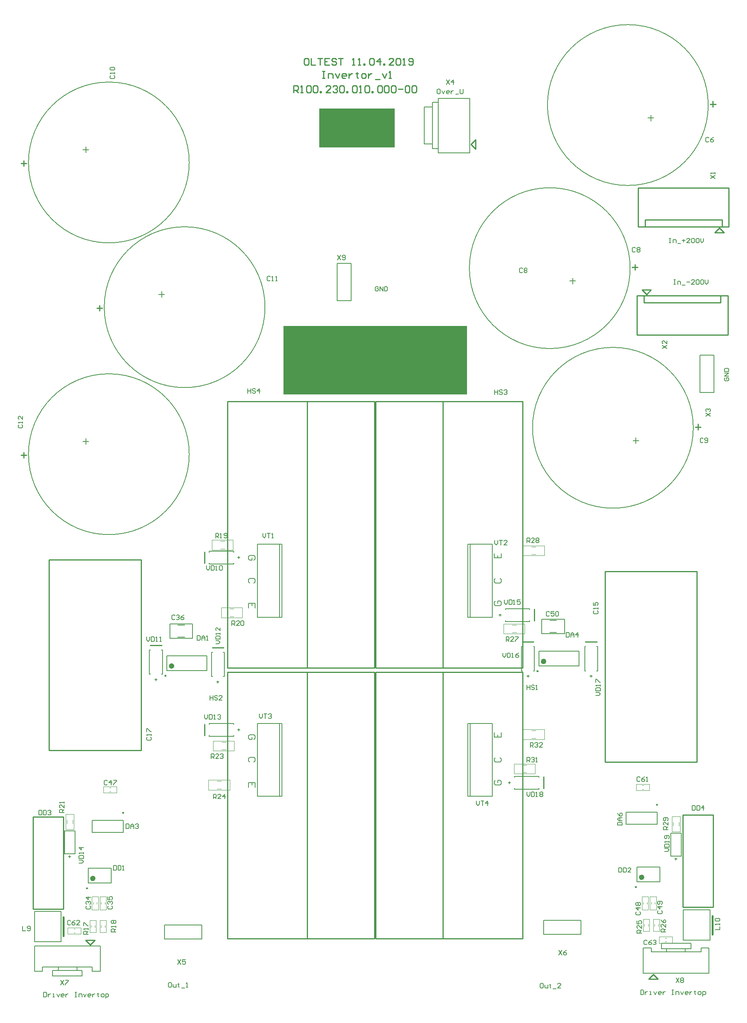
<source format=gto>
G04 Layer_Color=65535*
%FSLAX44Y44*%
%MOMM*%
G71*
G01*
G75*
%ADD58C,0.6000*%
%ADD59C,0.2500*%
%ADD60C,0.1270*%
%ADD61C,0.2032*%
%ADD62C,0.2540*%
%ADD63C,0.2000*%
%ADD64C,0.1998*%
%ADD65C,0.1524*%
%ADD66C,0.4000*%
%ADD67C,0.1000*%
%ADD68C,0.1500*%
%ADD69R,16.5000X8.4500*%
%ADD70R,40.0000X15.0000*%
D58*
X1373000Y289000D02*
G03*
X1373000Y289000I-3000J0D01*
G01*
X178000Y286500D02*
G03*
X178000Y286500I-3000J0D01*
G01*
X1159500Y759000D02*
G03*
X1159500Y759000I-3000J0D01*
G01*
X349500Y749000D02*
G03*
X349500Y749000I-3000J0D01*
G01*
D59*
X1358700Y267750D02*
G03*
X1358700Y267750I-1250J0D01*
G01*
X163700Y265250D02*
G03*
X163700Y265250I-1250J0D01*
G01*
X1404750Y447000D02*
G03*
X1404750Y447000I-1250J0D01*
G01*
X242250Y429500D02*
G03*
X242250Y429500I-1250J0D01*
G01*
X1144650Y737750D02*
G03*
X1144650Y737750I-1250J0D01*
G01*
X334650Y727750D02*
G03*
X334650Y727750I-1250J0D01*
G01*
X675024Y2043639D02*
X680023D01*
X677523D01*
Y2028644D01*
X675024D01*
X680023D01*
X687520D02*
Y2038641D01*
X695018D01*
X697517Y2036142D01*
Y2028644D01*
X702515Y2038641D02*
X707514Y2028644D01*
X712512Y2038641D01*
X725008Y2028644D02*
X720010D01*
X717511Y2031143D01*
Y2036142D01*
X720010Y2038641D01*
X725008D01*
X727507Y2036142D01*
Y2033642D01*
X717511D01*
X732506Y2038641D02*
Y2028644D01*
Y2033642D01*
X735005Y2036142D01*
X737504Y2038641D01*
X740003D01*
X750000Y2041140D02*
Y2038641D01*
X747501D01*
X752499D01*
X750000D01*
Y2031143D01*
X752499Y2028644D01*
X762496D02*
X767494D01*
X769994Y2031143D01*
Y2036142D01*
X767494Y2038641D01*
X762496D01*
X759997Y2036142D01*
Y2031143D01*
X762496Y2028644D01*
X774992Y2038641D02*
Y2028644D01*
Y2033642D01*
X777491Y2036142D01*
X779990Y2038641D01*
X782489D01*
X789987Y2026145D02*
X799984D01*
X804982Y2038641D02*
X809981Y2028644D01*
X814979Y2038641D01*
X819977Y2028644D02*
X824976D01*
X822477D01*
Y2043639D01*
X819977Y2041140D01*
X612500Y1997002D02*
Y2011998D01*
X619997D01*
X622497Y2009498D01*
Y2004500D01*
X619997Y2002001D01*
X612500D01*
X617498D02*
X622497Y1997002D01*
X627495D02*
X632494D01*
X629994D01*
Y2011998D01*
X627495Y2009498D01*
X639991D02*
X642490Y2011998D01*
X647489D01*
X649988Y2009498D01*
Y1999502D01*
X647489Y1997002D01*
X642490D01*
X639991Y1999502D01*
Y2009498D01*
X654986D02*
X657485Y2011998D01*
X662484D01*
X664983Y2009498D01*
Y1999502D01*
X662484Y1997002D01*
X657485D01*
X654986Y1999502D01*
Y2009498D01*
X669981Y1997002D02*
Y1999502D01*
X672480D01*
Y1997002D01*
X669981D01*
X692474D02*
X682477D01*
X692474Y2006999D01*
Y2009498D01*
X689975Y2011998D01*
X684977D01*
X682477Y2009498D01*
X697473D02*
X699972Y2011998D01*
X704970D01*
X707469Y2009498D01*
Y2006999D01*
X704970Y2004500D01*
X702471D01*
X704970D01*
X707469Y2002001D01*
Y1999502D01*
X704970Y1997002D01*
X699972D01*
X697473Y1999502D01*
X712468Y2009498D02*
X714967Y2011998D01*
X719965D01*
X722464Y2009498D01*
Y1999502D01*
X719965Y1997002D01*
X714967D01*
X712468Y1999502D01*
Y2009498D01*
X727463Y1997002D02*
Y1999502D01*
X729962D01*
Y1997002D01*
X727463D01*
X739959Y2009498D02*
X742458Y2011998D01*
X747456D01*
X749956Y2009498D01*
Y1999502D01*
X747456Y1997002D01*
X742458D01*
X739959Y1999502D01*
Y2009498D01*
X754954Y1997002D02*
X759952D01*
X757453D01*
Y2011998D01*
X754954Y2009498D01*
X767450D02*
X769949Y2011998D01*
X774947D01*
X777447Y2009498D01*
Y1999502D01*
X774947Y1997002D01*
X769949D01*
X767450Y1999502D01*
Y2009498D01*
X782445Y1997002D02*
Y1999502D01*
X784944D01*
Y1997002D01*
X782445D01*
X794941Y2009498D02*
X797440Y2011998D01*
X802439D01*
X804938Y2009498D01*
Y1999502D01*
X802439Y1997002D01*
X797440D01*
X794941Y1999502D01*
Y2009498D01*
X809936D02*
X812435Y2011998D01*
X817434D01*
X819933Y2009498D01*
Y1999502D01*
X817434Y1997002D01*
X812435D01*
X809936Y1999502D01*
Y2009498D01*
X824931D02*
X827430Y2011998D01*
X832429D01*
X834928Y2009498D01*
Y1999502D01*
X832429Y1997002D01*
X827430D01*
X824931Y1999502D01*
Y2009498D01*
X839926Y2004500D02*
X849923D01*
X854921Y2009498D02*
X857421Y2011998D01*
X862419D01*
X864918Y2009498D01*
Y1999502D01*
X862419Y1997002D01*
X857421D01*
X854921Y1999502D01*
Y2009498D01*
X869917D02*
X872416Y2011998D01*
X877414D01*
X879913Y2009498D01*
Y1999502D01*
X877414Y1997002D01*
X872416D01*
X869917Y1999502D01*
Y2009498D01*
X642536Y2071992D02*
X637538D01*
X635038Y2069493D01*
Y2059496D01*
X637538Y2056997D01*
X642536D01*
X645035Y2059496D01*
Y2069493D01*
X642536Y2071992D01*
X650034D02*
Y2056997D01*
X660030D01*
X665029Y2071992D02*
X675025D01*
X670027D01*
Y2056997D01*
X690021Y2071992D02*
X680024D01*
Y2056997D01*
X690021D01*
X680024Y2064495D02*
X685022D01*
X705016Y2069493D02*
X702517Y2071992D01*
X697518D01*
X695019Y2069493D01*
Y2066994D01*
X697518Y2064495D01*
X702517D01*
X705016Y2061995D01*
Y2059496D01*
X702517Y2056997D01*
X697518D01*
X695019Y2059496D01*
X710014Y2071992D02*
X720011D01*
X715013D01*
Y2056997D01*
X740004D02*
X745003D01*
X742504D01*
Y2071992D01*
X740004Y2069493D01*
X752500Y2056997D02*
X757499D01*
X755000D01*
Y2071992D01*
X752500Y2069493D01*
X764996Y2056997D02*
Y2059496D01*
X767495D01*
Y2056997D01*
X764996D01*
X777492Y2069493D02*
X779992Y2071992D01*
X784990D01*
X787489Y2069493D01*
Y2059496D01*
X784990Y2056997D01*
X779992D01*
X777492Y2059496D01*
Y2069493D01*
X799985Y2056997D02*
Y2071992D01*
X792487Y2064495D01*
X802484D01*
X807483Y2056997D02*
Y2059496D01*
X809982D01*
Y2056997D01*
X807483D01*
X829975D02*
X819979D01*
X829975Y2066994D01*
Y2069493D01*
X827476Y2071992D01*
X822478D01*
X819979Y2069493D01*
X834974D02*
X837473Y2071992D01*
X842471D01*
X844970Y2069493D01*
Y2059496D01*
X842471Y2056997D01*
X837473D01*
X834974Y2059496D01*
Y2069493D01*
X849969Y2056997D02*
X854967D01*
X852468D01*
Y2071992D01*
X849969Y2069493D01*
X862465Y2059496D02*
X864964Y2056997D01*
X869962D01*
X872462Y2059496D01*
Y2069493D01*
X869962Y2071992D01*
X864964D01*
X862465Y2069493D01*
Y2066994D01*
X864964Y2064495D01*
X872462D01*
D60*
X550000Y1530000D02*
G03*
X550000Y1530000I-175000J0D01*
G01*
X1515000Y1970000D02*
G03*
X1515000Y1970000I-175000J0D01*
G01*
X1345000Y1615000D02*
G03*
X1345000Y1615000I-175000J0D01*
G01*
X1482500Y1267500D02*
G03*
X1482500Y1267500I-175000J0D01*
G01*
X385000Y1845000D02*
G03*
X385000Y1845000I-175000J0D01*
G01*
Y1210000D02*
G03*
X385000Y1210000I-175000J0D01*
G01*
X914480Y1885401D02*
Y1965411D01*
X896700D02*
X914480D01*
X896700Y1885401D02*
Y1965411D01*
Y1885401D02*
X914480D01*
X1433750Y335000D02*
Y385000D01*
X1456250D01*
Y335000D02*
Y385000D01*
X1433750Y335000D02*
X1456250D01*
X113750Y340000D02*
Y390000D01*
X136250D01*
Y340000D02*
Y390000D01*
X113750Y340000D02*
X136250D01*
X87589Y74503D02*
Y86501D01*
Y74503D02*
X151588D01*
Y86501D01*
X87589D02*
X151588D01*
X99848D02*
Y93503D01*
Y86501D02*
X140848D01*
Y93503D01*
X99848D02*
X140848D01*
X1477411Y133499D02*
Y145497D01*
X1413412D02*
X1477411D01*
X1413412Y133499D02*
Y145497D01*
Y133499D02*
X1477411D01*
X1465152Y126497D02*
Y133499D01*
X1424152D02*
X1465152D01*
X1424152Y126497D02*
Y133499D01*
Y126497D02*
X1465152D01*
X1152750Y850750D02*
X1202250D01*
Y819500D02*
Y850750D01*
X1152750Y819500D02*
X1202250D01*
X1152750D02*
Y850750D01*
X342750Y840750D02*
X392250D01*
Y809500D02*
Y840750D01*
X342750Y809500D02*
X392250D01*
X342750D02*
Y840750D01*
X318650Y1558030D02*
X331350D01*
X325000Y1551680D02*
Y1564380D01*
X1383650Y1941970D02*
X1396350D01*
X1390000Y1935620D02*
Y1948320D01*
X1213650Y1586970D02*
X1226350D01*
X1220000Y1580620D02*
Y1593320D01*
X1351150Y1239470D02*
X1363850D01*
X1357500Y1233120D02*
Y1245820D01*
X153650Y1873030D02*
X166350D01*
X160000Y1866680D02*
Y1879380D01*
X153650Y1238030D02*
X166350D01*
X160000Y1231680D02*
Y1244380D01*
D61*
X927180Y1865903D02*
X995760D01*
X927180D02*
Y1984461D01*
X995760D01*
Y1865903D02*
Y1984461D01*
X927002Y1874903D02*
Y1975571D01*
X914480D02*
X927002D01*
X914480Y1874903D02*
Y1975571D01*
Y1874903D02*
X927002D01*
X1497260Y1344760D02*
Y1426040D01*
Y1344760D02*
X1527740D01*
Y1426040D01*
X1497260D02*
X1527740D01*
X331460Y185240D02*
X412740D01*
X331460Y154760D02*
Y185240D01*
Y154760D02*
X412740D01*
Y185240D01*
X737740Y1543960D02*
Y1625240D01*
X707260D02*
X737740D01*
X707260Y1543960D02*
Y1625240D01*
Y1543960D02*
X737740D01*
X1156460Y195240D02*
X1237740D01*
X1156460Y164760D02*
Y195240D01*
Y164760D02*
X1237740D01*
Y195240D01*
D62*
X998500Y1884651D02*
X1008500Y1874651D01*
Y1894651D01*
X998500Y1884651D02*
X1008500Y1894651D01*
X1525800Y410020D02*
Y425260D01*
X1459760D02*
X1525800D01*
X1459760Y224600D02*
Y425260D01*
Y224600D02*
X1525800D01*
Y410020D01*
X110800Y405195D02*
Y420435D01*
X44760D02*
X110800D01*
X44760Y219775D02*
Y420435D01*
Y219775D02*
X110800D01*
Y405195D01*
X1539250Y1702500D02*
X1549250Y1692500D01*
X1529250D02*
X1549250D01*
X1529250D02*
X1539250Y1702500D01*
X1378000Y1705000D02*
Y1720000D01*
X1545000D01*
Y1705000D02*
Y1720000D01*
X1362250Y1705000D02*
X1560000D01*
X1362250D02*
Y1790000D01*
X1560000D01*
Y1705000D02*
Y1790000D01*
X1370750Y1567500D02*
X1380750Y1557500D01*
X1370750Y1567500D02*
X1390750D01*
X1380750Y1557500D02*
X1390750Y1567500D01*
X1542000Y1540000D02*
Y1555000D01*
X1375000Y1540000D02*
X1542000D01*
X1375000D02*
Y1555000D01*
X1360000D02*
X1557750D01*
Y1470000D02*
Y1555000D01*
X1360000Y1470000D02*
X1557750D01*
X1360000D02*
Y1555000D01*
X1156750Y482500D02*
Y507500D01*
X1247500Y801750D02*
X1272500D01*
X1110000Y801750D02*
X1135000D01*
X1136750Y847500D02*
Y872500D01*
X418250Y597500D02*
Y622500D01*
X435000Y789250D02*
X460000D01*
X300000Y794250D02*
X325000D01*
X418250Y972500D02*
Y997500D01*
X169499Y142250D02*
X179499Y152250D01*
X159499D02*
X179499D01*
X159499D02*
X169499Y142250D01*
X1385501Y67750D02*
X1395501Y77750D01*
X1385501Y67750D02*
X1405501D01*
X1395501Y77750D02*
X1405501Y67750D01*
X189750Y1521750D02*
Y1534250D01*
X183500Y1528250D02*
X196000D01*
X1525250Y1965750D02*
Y1978250D01*
X1519000Y1971750D02*
X1531500D01*
X1355250Y1610750D02*
Y1623250D01*
X1349000Y1616750D02*
X1361500D01*
X1492750Y1263250D02*
Y1275750D01*
X1486500Y1269250D02*
X1499000D01*
X24750Y1836750D02*
Y1849250D01*
X18500Y1843250D02*
X31000D01*
X24750Y1201750D02*
Y1214250D01*
X18500Y1208250D02*
X31000D01*
X791001Y155750D02*
X937251D01*
X791001D02*
Y735750D01*
X937251D01*
Y155750D02*
Y735750D01*
X1111001D01*
X937501Y155750D02*
X1111001D01*
Y735750D01*
X641751Y735500D02*
X788001D01*
Y155500D02*
Y735500D01*
X641751Y155500D02*
X788001D01*
X641751D02*
Y735500D01*
X468001Y155500D02*
X641751D01*
X468001Y735500D02*
X641501D01*
X468001Y155500D02*
Y735500D01*
X791000Y745000D02*
X937250D01*
X791000D02*
Y1325000D01*
X937250D01*
Y745000D02*
Y1325000D01*
X1111000D01*
X937500Y745000D02*
X1111000D01*
Y1325000D01*
X641751Y1324750D02*
X788001D01*
Y744750D02*
Y1324750D01*
X641751Y744750D02*
X788001D01*
X641751D02*
Y1324750D01*
X468000Y744750D02*
X641751D01*
X468000Y1324750D02*
X641500D01*
X468000Y744750D02*
Y1324750D01*
X1290000Y540000D02*
X1490000D01*
X1290000D02*
Y955000D01*
X1384986D01*
X1490000D01*
Y540000D02*
Y955000D01*
X80000Y565000D02*
X280000D01*
X80000D02*
Y980000D01*
X174986D01*
X280000D01*
Y565000D02*
Y980000D01*
D63*
X1410000Y279000D02*
Y311000D01*
X1360000Y279000D02*
Y311000D01*
X1410000D01*
X1360000Y279000D02*
X1410000D01*
X215000Y276500D02*
Y308500D01*
X165000Y276500D02*
Y308500D01*
X215000D01*
X165000Y276500D02*
X215000D01*
X1093500Y509000D02*
X1146500D01*
X1093500Y481000D02*
X1146500D01*
X1093500Y506750D02*
Y509000D01*
X1146500Y506750D02*
Y509000D01*
X1093500Y481000D02*
Y483250D01*
X1146500Y481000D02*
Y483250D01*
X1246000Y738500D02*
Y791500D01*
X1274000Y738500D02*
Y791500D01*
X1246000Y738500D02*
X1248250D01*
X1246000Y791500D02*
X1248250D01*
X1271750Y738500D02*
X1274000D01*
X1271750Y791500D02*
X1274000D01*
X1108500Y738500D02*
Y791500D01*
X1136500Y738500D02*
Y791500D01*
X1108500Y738500D02*
X1110750D01*
X1108500Y791500D02*
X1110750D01*
X1134250Y738500D02*
X1136500D01*
X1134250Y791500D02*
X1136500D01*
X1073500Y874000D02*
X1126500D01*
X1073500Y846000D02*
X1126500D01*
X1073500Y871750D02*
Y874000D01*
X1126500Y871750D02*
Y874000D01*
X1073500Y846000D02*
Y848250D01*
X1126500Y846000D02*
Y848250D01*
X428500Y596000D02*
X481500D01*
X428500Y624000D02*
X481500D01*
Y596000D02*
Y598250D01*
X428500Y596000D02*
Y598250D01*
X481500Y621750D02*
Y624000D01*
X428500Y621750D02*
Y624000D01*
X433500Y726000D02*
Y779000D01*
X461500Y726000D02*
Y779000D01*
X433500Y726000D02*
X435750D01*
X433500Y779000D02*
X435750D01*
X459250Y726000D02*
X461500D01*
X459250Y779000D02*
X461500D01*
X298500Y731000D02*
Y784000D01*
X326500Y731000D02*
Y784000D01*
X298500Y731000D02*
X300750D01*
X298500Y784000D02*
X300750D01*
X324250Y731000D02*
X326500D01*
X324250Y784000D02*
X326500D01*
X428500Y971000D02*
X481500D01*
X428500Y999000D02*
X481500D01*
Y971000D02*
Y973250D01*
X428500Y971000D02*
Y973250D01*
X481500Y996750D02*
Y999000D01*
X428500Y996750D02*
Y999000D01*
X1336500Y404500D02*
Y430500D01*
X1403500Y404500D02*
Y430500D01*
X1336500Y404500D02*
X1403500D01*
X1336500Y430500D02*
X1403500D01*
X174000Y387000D02*
Y413000D01*
X241000Y387000D02*
Y413000D01*
X174000Y387000D02*
X241000D01*
X174000Y413000D02*
X241000D01*
X1170000Y822000D02*
X1185000D01*
X1170000Y848000D02*
X1185000D01*
X360000Y812000D02*
X375000D01*
X360000Y838000D02*
X375000D01*
X996500Y855250D02*
Y1014250D01*
X991500Y855250D02*
Y1014250D01*
X1044500Y855250D02*
Y1014250D01*
X991500Y855250D02*
X1044500D01*
X991500Y1014250D02*
X1044500D01*
X581500Y855250D02*
Y1014250D01*
X586500Y855250D02*
Y1014250D01*
X533500Y855250D02*
Y1014250D01*
X586500D01*
X533500Y855250D02*
X586500D01*
X581500Y465250D02*
Y624250D01*
X586500Y465250D02*
Y624250D01*
X533500Y465250D02*
Y624250D01*
X586500D01*
X533500Y465250D02*
X586500D01*
X996500D02*
Y624250D01*
X991500Y465250D02*
Y624250D01*
X1044500Y465250D02*
Y624250D01*
X991500Y465250D02*
X1044500D01*
X991500Y624250D02*
X1044500D01*
X1146500Y749000D02*
X1233500D01*
X1146500Y781000D02*
X1233500D01*
X1146500Y749000D02*
Y781000D01*
X1233500Y749000D02*
Y781000D01*
X336500Y739000D02*
X423500D01*
X336500Y771000D02*
X423500D01*
X336500Y739000D02*
Y771000D01*
X423500Y739000D02*
Y771000D01*
D64*
X48587Y139498D02*
X191496D01*
Y84503D02*
Y139498D01*
X173496Y84503D02*
X191496D01*
X173496D02*
Y93503D01*
X86501D02*
X173496D01*
X65351Y93490D02*
X86501Y93503D01*
X65351Y84503D02*
Y93490D01*
X48587Y84503D02*
X65351D01*
X48587D02*
Y139498D01*
X1373504Y80502D02*
X1516413D01*
X1373504D02*
Y135497D01*
X1391504D01*
Y126497D02*
Y135497D01*
Y126497D02*
X1478499D01*
X1499649Y126510D01*
Y135497D01*
X1516413D01*
Y80502D02*
Y135497D01*
D65*
X1461000Y152250D02*
X1518750D01*
Y218000D01*
X1461000Y152250D02*
Y218000D01*
X1518750D01*
X48000Y149025D02*
X105750D01*
Y214775D01*
X48000Y149025D02*
Y214775D01*
X105750D01*
X1444441Y326750D02*
Y331828D01*
X1441902Y329289D02*
X1446980D01*
X124441Y331750D02*
Y336828D01*
X121902Y334289D02*
X126980D01*
X1079500Y495059D02*
X1084578D01*
X1082039Y497598D02*
Y492520D01*
X1259941Y724500D02*
Y729578D01*
X1257402Y727039D02*
X1262480D01*
X1122441Y724500D02*
Y729578D01*
X1119902Y727039D02*
X1124980D01*
X1059500Y860059D02*
X1064578D01*
X1062039Y862598D02*
Y857520D01*
X495500Y609941D02*
X490422D01*
X492961Y607402D02*
Y612480D01*
X447441Y712000D02*
Y717078D01*
X444902Y714539D02*
X449980D01*
X312441Y717000D02*
Y722078D01*
X309902Y719539D02*
X314980D01*
X495500Y984941D02*
X490422D01*
X492961Y982402D02*
Y987480D01*
D66*
X1524000Y165000D02*
Y205000D01*
X111000Y161775D02*
Y201775D01*
D67*
X1421000Y148500D02*
X1424000D01*
X1421000Y156500D02*
X1424000D01*
X1437000Y145500D02*
Y159500D01*
X1408000D02*
X1437000D01*
X1408000Y145500D02*
Y159500D01*
Y145500D02*
X1437000D01*
X133500Y176500D02*
X136500D01*
X133500Y168500D02*
X136500D01*
X120500Y165500D02*
Y179500D01*
Y165500D02*
X149500D01*
Y179500D01*
X120500D02*
X149500D01*
X1371000Y481000D02*
X1374000D01*
X1371000Y489000D02*
X1374000D01*
X1387000Y478000D02*
Y492000D01*
X1358000D02*
X1387000D01*
X1358000Y478000D02*
Y492000D01*
Y478000D02*
X1387000D01*
X1399043Y231000D02*
Y234000D01*
X1391042Y231000D02*
Y234000D01*
X1388042Y247000D02*
X1402043D01*
X1388042Y218000D02*
Y247000D01*
Y218000D02*
X1402043D01*
Y247000D01*
X1381500Y231000D02*
Y234000D01*
X1373500Y231000D02*
Y234000D01*
X1370500Y247000D02*
X1384500D01*
X1370500Y218000D02*
Y247000D01*
Y218000D02*
X1384500D01*
Y247000D01*
X211000Y476000D02*
X214000D01*
X211000Y484000D02*
X214000D01*
X227000Y473000D02*
Y487000D01*
X198000D02*
X227000D01*
X198000Y473000D02*
Y487000D01*
Y473000D02*
X227000D01*
X201500Y231000D02*
Y234000D01*
X193500Y231000D02*
Y234000D01*
X190500Y247000D02*
X204500D01*
X190500Y218000D02*
Y247000D01*
Y218000D02*
X204500D01*
Y247000D01*
X184000Y231000D02*
Y234000D01*
X176000Y231000D02*
Y234000D01*
X173000Y247000D02*
X187000D01*
X173000Y218000D02*
Y247000D01*
Y218000D02*
X187000D01*
Y247000D01*
X1395750Y171750D02*
Y198250D01*
X1409250D01*
Y171750D02*
Y198250D01*
X1395750Y171750D02*
X1409250D01*
X1398250Y184000D02*
Y186000D01*
X1406750Y183000D02*
Y187000D01*
X1398250Y183000D02*
Y184000D01*
Y186000D02*
Y187000D01*
X1373250Y171750D02*
Y198250D01*
X1386750D01*
Y171750D02*
Y198250D01*
X1373250Y171750D02*
X1386750D01*
X1375750Y184000D02*
Y186000D01*
X1384250Y183000D02*
Y187000D01*
X1375750Y183000D02*
Y184000D01*
Y186000D02*
Y187000D01*
X190750Y169250D02*
Y195750D01*
X204250D01*
Y169250D02*
Y195750D01*
X190750Y169250D02*
X204250D01*
X193250Y181500D02*
Y183500D01*
X201750Y180500D02*
Y184500D01*
X193250Y180500D02*
Y181500D01*
Y183500D02*
Y184500D01*
X168250Y169250D02*
Y195750D01*
X181750D01*
Y169250D02*
Y195750D01*
X168250Y169250D02*
X181750D01*
X170750Y181500D02*
Y183500D01*
X179250Y180500D02*
Y184500D01*
X170750Y180500D02*
Y181500D01*
Y183500D02*
Y184500D01*
X118500Y406000D02*
Y414000D01*
X131500Y406000D02*
Y414000D01*
X115750Y426750D02*
X134250D01*
X115750Y393250D02*
Y426750D01*
Y393250D02*
X134250D01*
Y426750D01*
X1438500Y401000D02*
Y409000D01*
X1451500Y401000D02*
Y409000D01*
X1435750Y421750D02*
X1454250D01*
X1435750Y388250D02*
Y421750D01*
Y388250D02*
X1454250D01*
Y421750D01*
X1112000Y589250D02*
X1158000D01*
X1112000D02*
Y610750D01*
X1158000D01*
Y589250D02*
Y610750D01*
X1130500Y608250D02*
X1139500D01*
X1130500Y591750D02*
X1139500D01*
X1092000Y514250D02*
X1138000D01*
X1092000D02*
Y535750D01*
X1138000D01*
Y514250D02*
Y535750D01*
X1110500Y533250D02*
X1119500D01*
X1110500Y516750D02*
X1119500D01*
X1112000Y989250D02*
X1158000D01*
X1112000D02*
Y1010750D01*
X1158000D01*
Y989250D02*
Y1010750D01*
X1130500Y1008250D02*
X1139500D01*
X1130500Y991750D02*
X1139500D01*
X1069500Y819250D02*
X1115500D01*
X1069500D02*
Y840750D01*
X1115500D01*
Y819250D02*
Y840750D01*
X1088000Y838250D02*
X1097000D01*
X1088000Y821750D02*
X1097000D01*
X427000Y500750D02*
X473000D01*
Y479250D02*
Y500750D01*
X427000Y479250D02*
X473000D01*
X427000D02*
Y500750D01*
X445500Y481750D02*
X454500D01*
X445500Y498250D02*
X454500D01*
X437000Y585750D02*
X483000D01*
Y564250D02*
Y585750D01*
X437000Y564250D02*
X483000D01*
X437000D02*
Y585750D01*
X455500Y566750D02*
X464500D01*
X455500Y583250D02*
X464500D01*
X454500Y875750D02*
X500500D01*
Y854250D02*
Y875750D01*
X454500Y854250D02*
X500500D01*
X454500D02*
Y875750D01*
X473000Y856750D02*
X482000D01*
X473000Y873250D02*
X482000D01*
X434500Y1023250D02*
X480500D01*
Y1001750D02*
Y1023250D01*
X434500Y1001750D02*
X480500D01*
X434500D02*
Y1023250D01*
X453000Y1004250D02*
X462000D01*
X453000Y1020750D02*
X462000D01*
D68*
X1153958Y58084D02*
X1150626D01*
X1148960Y56418D01*
Y49753D01*
X1150626Y48087D01*
X1153958D01*
X1155624Y49753D01*
Y56418D01*
X1153958Y58084D01*
X1158957Y54751D02*
Y49753D01*
X1160623Y48087D01*
X1165621D01*
Y54751D01*
X1170620Y56418D02*
Y54751D01*
X1168953D01*
X1172286D01*
X1170620D01*
Y49753D01*
X1172286Y48087D01*
X1177284Y46421D02*
X1183949D01*
X1193945Y48087D02*
X1187281D01*
X1193945Y54751D01*
Y56418D01*
X1192279Y58084D01*
X1188947D01*
X1187281Y56418D01*
X1190000Y129997D02*
X1196665Y120000D01*
Y129997D02*
X1190000Y120000D01*
X1206661Y129997D02*
X1203329Y128331D01*
X1199997Y124998D01*
Y121666D01*
X1201663Y120000D01*
X1204995D01*
X1206661Y121666D01*
Y123332D01*
X1204995Y124998D01*
X1199997D01*
X707826Y1642937D02*
X714491Y1632940D01*
Y1642937D02*
X707826Y1632940D01*
X717823Y1634606D02*
X719489Y1632940D01*
X722821D01*
X724487Y1634606D01*
Y1641271D01*
X722821Y1642937D01*
X719489D01*
X717823Y1641271D01*
Y1639604D01*
X719489Y1637938D01*
X724487D01*
X360000Y109997D02*
X366665Y100000D01*
Y109997D02*
X360000Y100000D01*
X376661Y109997D02*
X369997D01*
Y104998D01*
X373329Y106664D01*
X374995D01*
X376661Y104998D01*
Y101666D01*
X374995Y100000D01*
X371663D01*
X369997Y101666D01*
X945000Y2024997D02*
X951665Y2015000D01*
Y2024997D02*
X945000Y2015000D01*
X959995D02*
Y2024997D01*
X954997Y2019998D01*
X961661D01*
X1415003Y1440000D02*
X1425000Y1446664D01*
X1415003D02*
X1425000Y1440000D01*
Y1456661D02*
Y1449997D01*
X1418336Y1456661D01*
X1416669D01*
X1415003Y1454995D01*
Y1451663D01*
X1416669Y1449997D01*
X1510003Y1292500D02*
X1520000Y1299164D01*
X1510003D02*
X1520000Y1292500D01*
X1511669Y1302497D02*
X1510003Y1304163D01*
Y1307495D01*
X1511669Y1309161D01*
X1513336D01*
X1515002Y1307495D01*
Y1305829D01*
Y1307495D01*
X1516668Y1309161D01*
X1518334D01*
X1520000Y1307495D01*
Y1304163D01*
X1518334Y1302497D01*
X1520003Y1810000D02*
X1530000Y1816664D01*
X1520003D02*
X1530000Y1810000D01*
Y1819997D02*
Y1823329D01*
Y1821663D01*
X1520003D01*
X1521669Y1819997D01*
X1010000Y454997D02*
Y448332D01*
X1013332Y445000D01*
X1016665Y448332D01*
Y454997D01*
X1019997D02*
X1026661D01*
X1023329D01*
Y445000D01*
X1034992D02*
Y454997D01*
X1029994Y449998D01*
X1036658D01*
X537500Y644997D02*
Y638332D01*
X540832Y635000D01*
X544165Y638332D01*
Y644997D01*
X547497D02*
X554161D01*
X550829D01*
Y635000D01*
X557494Y643331D02*
X559160Y644997D01*
X562492D01*
X564158Y643331D01*
Y641665D01*
X562492Y639998D01*
X560826D01*
X562492D01*
X564158Y638332D01*
Y636666D01*
X562492Y635000D01*
X559160D01*
X557494Y636666D01*
X545000Y1037497D02*
Y1030832D01*
X548332Y1027500D01*
X551665Y1030832D01*
Y1037497D01*
X554997D02*
X561661D01*
X558329D01*
Y1027500D01*
X564994D02*
X568326D01*
X566660D01*
Y1037497D01*
X564994Y1035831D01*
X1050000Y1022497D02*
Y1015832D01*
X1053332Y1012500D01*
X1056665Y1015832D01*
Y1022497D01*
X1059997D02*
X1066661D01*
X1063329D01*
Y1012500D01*
X1076658D02*
X1069994D01*
X1076658Y1019165D01*
Y1020831D01*
X1074992Y1022497D01*
X1071660D01*
X1069994Y1020831D01*
X512500Y1352497D02*
Y1342500D01*
Y1347498D01*
X519165D01*
Y1352497D01*
Y1342500D01*
X529161Y1350831D02*
X527495Y1352497D01*
X524163D01*
X522497Y1350831D01*
Y1349164D01*
X524163Y1347498D01*
X527495D01*
X529161Y1345832D01*
Y1344166D01*
X527495Y1342500D01*
X524163D01*
X522497Y1344166D01*
X537492Y1342500D02*
Y1352497D01*
X532494Y1347498D01*
X539158D01*
X1050000Y1349997D02*
Y1340000D01*
Y1344998D01*
X1056665D01*
Y1349997D01*
Y1340000D01*
X1066661Y1348331D02*
X1064995Y1349997D01*
X1061663D01*
X1059997Y1348331D01*
Y1346664D01*
X1061663Y1344998D01*
X1064995D01*
X1066661Y1343332D01*
Y1341666D01*
X1064995Y1340000D01*
X1061663D01*
X1059997Y1341666D01*
X1069994Y1348331D02*
X1071660Y1349997D01*
X1074992D01*
X1076658Y1348331D01*
Y1346664D01*
X1074992Y1344998D01*
X1073326D01*
X1074992D01*
X1076658Y1343332D01*
Y1341666D01*
X1074992Y1340000D01*
X1071660D01*
X1069994Y1341666D01*
X430000Y684997D02*
Y675000D01*
Y679998D01*
X436665D01*
Y684997D01*
Y675000D01*
X446661Y683331D02*
X444995Y684997D01*
X441663D01*
X439997Y683331D01*
Y681665D01*
X441663Y679998D01*
X444995D01*
X446661Y678332D01*
Y676666D01*
X444995Y675000D01*
X441663D01*
X439997Y676666D01*
X456658Y675000D02*
X449994D01*
X456658Y681665D01*
Y683331D01*
X454992Y684997D01*
X451660D01*
X449994Y683331D01*
X1120000Y707497D02*
Y697500D01*
Y702498D01*
X1126665D01*
Y707497D01*
Y697500D01*
X1136661Y705831D02*
X1134995Y707497D01*
X1131663D01*
X1129997Y705831D01*
Y704165D01*
X1131663Y702498D01*
X1134995D01*
X1136661Y700832D01*
Y699166D01*
X1134995Y697500D01*
X1131663D01*
X1129997Y699166D01*
X1139994Y697500D02*
X1143326D01*
X1141660D01*
Y707497D01*
X1139994Y705831D01*
X294169Y594165D02*
X292503Y592498D01*
Y589166D01*
X294169Y587500D01*
X300834D01*
X302500Y589166D01*
Y592498D01*
X300834Y594165D01*
X302500Y597497D02*
Y600829D01*
Y599163D01*
X292503D01*
X294169Y597497D01*
X292503Y605827D02*
Y612492D01*
X294169D01*
X300834Y605827D01*
X302500D01*
X1266669Y869165D02*
X1265003Y867498D01*
Y864166D01*
X1266669Y862500D01*
X1273334D01*
X1275000Y864166D01*
Y867498D01*
X1273334Y869165D01*
X1275000Y872497D02*
Y875829D01*
Y874163D01*
X1265003D01*
X1266669Y872497D01*
X1265003Y887492D02*
Y880827D01*
X1270002D01*
X1268335Y884160D01*
Y885826D01*
X1270002Y887492D01*
X1273334D01*
X1275000Y885826D01*
Y882494D01*
X1273334Y880827D01*
X14169Y1274165D02*
X12503Y1272498D01*
Y1269166D01*
X14169Y1267500D01*
X20834D01*
X22500Y1269166D01*
Y1272498D01*
X20834Y1274165D01*
X22500Y1277497D02*
Y1280829D01*
Y1279163D01*
X12503D01*
X14169Y1277497D01*
X22500Y1292492D02*
Y1285827D01*
X15835Y1292492D01*
X14169D01*
X12503Y1290826D01*
Y1287494D01*
X14169Y1285827D01*
X214169Y2034164D02*
X212503Y2032498D01*
Y2029166D01*
X214169Y2027500D01*
X220834D01*
X222500Y2029166D01*
Y2032498D01*
X220834Y2034164D01*
X222500Y2037497D02*
Y2040829D01*
Y2039163D01*
X212503D01*
X214169Y2037497D01*
Y2045827D02*
X212503Y2047494D01*
Y2050826D01*
X214169Y2052492D01*
X220834D01*
X222500Y2050826D01*
Y2047494D01*
X220834Y2045827D01*
X214169D01*
X1504164Y1243331D02*
X1502498Y1244997D01*
X1499166D01*
X1497500Y1243331D01*
Y1236666D01*
X1499166Y1235000D01*
X1502498D01*
X1504164Y1236666D01*
X1507497D02*
X1509163Y1235000D01*
X1512495D01*
X1514161Y1236666D01*
Y1243331D01*
X1512495Y1244997D01*
X1509163D01*
X1507497Y1243331D01*
Y1241665D01*
X1509163Y1239998D01*
X1514161D01*
X1110665Y1613331D02*
X1108998Y1614997D01*
X1105666D01*
X1104000Y1613331D01*
Y1606666D01*
X1105666Y1605000D01*
X1108998D01*
X1110665Y1606666D01*
X1113997Y1613331D02*
X1115663Y1614997D01*
X1118995D01*
X1120661Y1613331D01*
Y1611664D01*
X1118995Y1609998D01*
X1120661Y1608332D01*
Y1606666D01*
X1118995Y1605000D01*
X1115663D01*
X1113997Y1606666D01*
Y1608332D01*
X1115663Y1609998D01*
X1113997Y1611664D01*
Y1613331D01*
X1115663Y1609998D02*
X1118995D01*
X1516664Y1898331D02*
X1514998Y1899997D01*
X1511666D01*
X1510000Y1898331D01*
Y1891666D01*
X1511666Y1890000D01*
X1514998D01*
X1516664Y1891666D01*
X1526661Y1899997D02*
X1523329Y1898331D01*
X1519997Y1894998D01*
Y1891666D01*
X1521663Y1890000D01*
X1524995D01*
X1526661Y1891666D01*
Y1893332D01*
X1524995Y1894998D01*
X1519997D01*
X161669Y226665D02*
X160003Y224998D01*
Y221666D01*
X161669Y220000D01*
X168334D01*
X170000Y221666D01*
Y224998D01*
X168334Y226665D01*
X161669Y229997D02*
X160003Y231663D01*
Y234995D01*
X161669Y236661D01*
X163335D01*
X165002Y234995D01*
Y233329D01*
Y234995D01*
X166668Y236661D01*
X168334D01*
X170000Y234995D01*
Y231663D01*
X168334Y229997D01*
X170000Y244992D02*
X160003D01*
X165002Y239994D01*
Y246658D01*
X209169Y226665D02*
X207503Y224998D01*
Y221666D01*
X209169Y220000D01*
X215834D01*
X217500Y221666D01*
Y224998D01*
X215834Y226665D01*
X209169Y229997D02*
X207503Y231663D01*
Y234995D01*
X209169Y236661D01*
X210835D01*
X212502Y234995D01*
Y233329D01*
Y234995D01*
X214168Y236661D01*
X215834D01*
X217500Y234995D01*
Y231663D01*
X215834Y229997D01*
X207503Y246658D02*
Y239994D01*
X212502D01*
X210835Y243326D01*
Y244992D01*
X212502Y246658D01*
X215834D01*
X217500Y244992D01*
Y241660D01*
X215834Y239994D01*
X353664Y858581D02*
X351998Y860247D01*
X348666D01*
X347000Y858581D01*
Y851916D01*
X348666Y850250D01*
X351998D01*
X353664Y851916D01*
X356996Y858581D02*
X358662Y860247D01*
X361995D01*
X363661Y858581D01*
Y856915D01*
X361995Y855249D01*
X360328D01*
X361995D01*
X363661Y853583D01*
Y851916D01*
X361995Y850250D01*
X358662D01*
X356996Y851916D01*
X373657Y860247D02*
X370325Y858581D01*
X366993Y855249D01*
Y851916D01*
X368659Y850250D01*
X371991D01*
X373657Y851916D01*
Y853583D01*
X371991Y855249D01*
X366993D01*
X206665Y498331D02*
X204998Y499997D01*
X201666D01*
X200000Y498331D01*
Y491666D01*
X201666Y490000D01*
X204998D01*
X206665Y491666D01*
X214995Y490000D02*
Y499997D01*
X209997Y494998D01*
X216661D01*
X219994Y499997D02*
X226658D01*
Y498331D01*
X219994Y491666D01*
Y490000D01*
X1359169Y214165D02*
X1357503Y212498D01*
Y209166D01*
X1359169Y207500D01*
X1365834D01*
X1367500Y209166D01*
Y212498D01*
X1365834Y214165D01*
X1367500Y222495D02*
X1357503D01*
X1362502Y217497D01*
Y224161D01*
X1359169Y227494D02*
X1357503Y229160D01*
Y232492D01*
X1359169Y234158D01*
X1360836D01*
X1362502Y232492D01*
X1364168Y234158D01*
X1365834D01*
X1367500Y232492D01*
Y229160D01*
X1365834Y227494D01*
X1364168D01*
X1362502Y229160D01*
X1360836Y227494D01*
X1359169D01*
X1362502Y229160D02*
Y232492D01*
X1406669Y216665D02*
X1405003Y214998D01*
Y211666D01*
X1406669Y210000D01*
X1413334D01*
X1415000Y211666D01*
Y214998D01*
X1413334Y216665D01*
X1415000Y224995D02*
X1405003D01*
X1410002Y219997D01*
Y226661D01*
X1413334Y229994D02*
X1415000Y231660D01*
Y234992D01*
X1413334Y236658D01*
X1406669D01*
X1405003Y234992D01*
Y231660D01*
X1406669Y229994D01*
X1408336D01*
X1410002Y231660D01*
Y236658D01*
X1169165Y865831D02*
X1167498Y867497D01*
X1164166D01*
X1162500Y865831D01*
Y859166D01*
X1164166Y857500D01*
X1167498D01*
X1169165Y859166D01*
X1179161Y867497D02*
X1172497D01*
Y862498D01*
X1175829Y864165D01*
X1177495D01*
X1179161Y862498D01*
Y859166D01*
X1177495Y857500D01*
X1174163D01*
X1172497Y859166D01*
X1182494Y865831D02*
X1184160Y867497D01*
X1187492D01*
X1189158Y865831D01*
Y859166D01*
X1187492Y857500D01*
X1184160D01*
X1182494Y859166D01*
Y865831D01*
X1366664Y505831D02*
X1364998Y507497D01*
X1361666D01*
X1360000Y505831D01*
Y499166D01*
X1361666Y497500D01*
X1364998D01*
X1366664Y499166D01*
X1376661Y507497D02*
X1373329Y505831D01*
X1369997Y502498D01*
Y499166D01*
X1371663Y497500D01*
X1374995D01*
X1376661Y499166D01*
Y500832D01*
X1374995Y502498D01*
X1369997D01*
X1379994Y497500D02*
X1383326D01*
X1381660D01*
Y507497D01*
X1379994Y505831D01*
X402500Y814997D02*
Y805000D01*
X407498D01*
X409165Y806666D01*
Y813331D01*
X407498Y814997D01*
X402500D01*
X412497Y805000D02*
Y811665D01*
X415829Y814997D01*
X419161Y811665D01*
Y805000D01*
Y809998D01*
X412497D01*
X422494Y805000D02*
X425826D01*
X424160D01*
Y814997D01*
X422494Y813331D01*
X57500Y434997D02*
Y425000D01*
X62498D01*
X64165Y426666D01*
Y433331D01*
X62498Y434997D01*
X57500D01*
X67497D02*
Y425000D01*
X72495D01*
X74161Y426666D01*
Y433331D01*
X72495Y434997D01*
X67497D01*
X77494Y433331D02*
X79160Y434997D01*
X82492D01*
X84158Y433331D01*
Y431665D01*
X82492Y429998D01*
X80826D01*
X82492D01*
X84158Y428332D01*
Y426666D01*
X82492Y425000D01*
X79160D01*
X77494Y426666D01*
X247500Y404997D02*
Y395000D01*
X252498D01*
X254165Y396666D01*
Y403331D01*
X252498Y404997D01*
X247500D01*
X257497Y395000D02*
Y401665D01*
X260829Y404997D01*
X264161Y401665D01*
Y395000D01*
Y399998D01*
X257497D01*
X267493Y403331D02*
X269160Y404997D01*
X272492D01*
X274158Y403331D01*
Y401665D01*
X272492Y399998D01*
X270826D01*
X272492D01*
X274158Y398332D01*
Y396666D01*
X272492Y395000D01*
X269160D01*
X267493Y396666D01*
X1206000Y821997D02*
Y812000D01*
X1210998D01*
X1212664Y813666D01*
Y820331D01*
X1210998Y821997D01*
X1206000D01*
X1215997Y812000D02*
Y818664D01*
X1219329Y821997D01*
X1222661Y818664D01*
Y812000D01*
Y816998D01*
X1215997D01*
X1230992Y812000D02*
Y821997D01*
X1225993Y816998D01*
X1232658D01*
X1480000Y444997D02*
Y435000D01*
X1484998D01*
X1486664Y436666D01*
Y443331D01*
X1484998Y444997D01*
X1480000D01*
X1489997D02*
Y435000D01*
X1494995D01*
X1496661Y436666D01*
Y443331D01*
X1494995Y444997D01*
X1489997D01*
X1504992Y435000D02*
Y444997D01*
X1499993Y439998D01*
X1506658D01*
X1317503Y402500D02*
X1327500D01*
Y407498D01*
X1325834Y409165D01*
X1319169D01*
X1317503Y407498D01*
Y402500D01*
X1327500Y412497D02*
X1320836D01*
X1317503Y415829D01*
X1320836Y419161D01*
X1327500D01*
X1322502D01*
Y412497D01*
X1317503Y429158D02*
X1319169Y425826D01*
X1322502Y422494D01*
X1325834D01*
X1327500Y424160D01*
Y427492D01*
X1325834Y429158D01*
X1324168D01*
X1322502Y427492D01*
Y422494D01*
X220000Y314997D02*
Y305000D01*
X224998D01*
X226665Y306666D01*
Y313331D01*
X224998Y314997D01*
X220000D01*
X229997D02*
Y305000D01*
X234995D01*
X236661Y306666D01*
Y313331D01*
X234995Y314997D01*
X229997D01*
X239994Y305000D02*
X243326D01*
X241660D01*
Y314997D01*
X239994Y313331D01*
X1320000Y309997D02*
Y300000D01*
X1324998D01*
X1326664Y301666D01*
Y308331D01*
X1324998Y309997D01*
X1320000D01*
X1329997D02*
Y300000D01*
X1334995D01*
X1336661Y301666D01*
Y308331D01*
X1334995Y309997D01*
X1329997D01*
X1346658Y300000D02*
X1339994D01*
X1346658Y306665D01*
Y308331D01*
X1344992Y309997D01*
X1341660D01*
X1339994Y308331D01*
X22500Y182497D02*
Y172500D01*
X29165D01*
X32497Y174166D02*
X34163Y172500D01*
X37495D01*
X39161Y174166D01*
Y180831D01*
X37495Y182497D01*
X34163D01*
X32497Y180831D01*
Y179165D01*
X34163Y177498D01*
X39161D01*
X1530003Y175000D02*
X1540000D01*
Y181665D01*
Y184997D02*
Y188329D01*
Y186663D01*
X1530003D01*
X1531669Y184997D01*
Y193327D02*
X1530003Y194994D01*
Y198326D01*
X1531669Y199992D01*
X1538334D01*
X1540000Y198326D01*
Y194994D01*
X1538334Y193327D01*
X1531669D01*
X165000Y165000D02*
X155003D01*
Y169998D01*
X156669Y171665D01*
X160002D01*
X161668Y169998D01*
Y165000D01*
Y168332D02*
X165000Y171665D01*
Y174997D02*
Y178329D01*
Y176663D01*
X155003D01*
X156669Y174997D01*
X155003Y183327D02*
Y189992D01*
X156669D01*
X163334Y183327D01*
X165000D01*
X225000Y170000D02*
X215003D01*
Y174998D01*
X216669Y176665D01*
X220002D01*
X221668Y174998D01*
Y170000D01*
Y173332D02*
X225000Y176665D01*
Y179997D02*
Y183329D01*
Y181663D01*
X215003D01*
X216669Y179997D01*
Y188327D02*
X215003Y189993D01*
Y193326D01*
X216669Y194992D01*
X218335D01*
X220002Y193326D01*
X221668Y194992D01*
X223334D01*
X225000Y193326D01*
Y189993D01*
X223334Y188327D01*
X221668D01*
X220002Y189993D01*
X218335Y188327D01*
X216669D01*
X220002Y189993D02*
Y193326D01*
X442500Y1027500D02*
Y1037497D01*
X447498D01*
X449165Y1035831D01*
Y1032498D01*
X447498Y1030832D01*
X442500D01*
X445832D02*
X449165Y1027500D01*
X452497D02*
X455829D01*
X454163D01*
Y1037497D01*
X452497Y1035831D01*
X460827Y1029166D02*
X462494Y1027500D01*
X465826D01*
X467492Y1029166D01*
Y1035831D01*
X465826Y1037497D01*
X462494D01*
X460827Y1035831D01*
Y1034165D01*
X462494Y1032498D01*
X467492D01*
X477500Y837500D02*
Y847497D01*
X482498D01*
X484165Y845831D01*
Y842498D01*
X482498Y840832D01*
X477500D01*
X480832D02*
X484165Y837500D01*
X494161D02*
X487497D01*
X494161Y844165D01*
Y845831D01*
X492495Y847497D01*
X489163D01*
X487497Y845831D01*
X497494D02*
X499160Y847497D01*
X502492D01*
X504158Y845831D01*
Y839166D01*
X502492Y837500D01*
X499160D01*
X497494Y839166D01*
Y845831D01*
X432500Y547500D02*
Y557497D01*
X437498D01*
X439165Y555831D01*
Y552498D01*
X437498Y550832D01*
X432500D01*
X435832D02*
X439165Y547500D01*
X449161D02*
X442497D01*
X449161Y554165D01*
Y555831D01*
X447495Y557497D01*
X444163D01*
X442497Y555831D01*
X452494D02*
X454160Y557497D01*
X457492D01*
X459158Y555831D01*
Y554165D01*
X457492Y552498D01*
X455826D01*
X457492D01*
X459158Y550832D01*
Y549166D01*
X457492Y547500D01*
X454160D01*
X452494Y549166D01*
X437500Y460000D02*
Y469997D01*
X442498D01*
X444165Y468331D01*
Y464998D01*
X442498Y463332D01*
X437500D01*
X440832D02*
X444165Y460000D01*
X454161D02*
X447497D01*
X454161Y466665D01*
Y468331D01*
X452495Y469997D01*
X449163D01*
X447497Y468331D01*
X462492Y460000D02*
Y469997D01*
X457494Y464998D01*
X464158D01*
X1370000Y167500D02*
X1360003D01*
Y172498D01*
X1361669Y174165D01*
X1365002D01*
X1366668Y172498D01*
Y167500D01*
Y170832D02*
X1370000Y174165D01*
Y184161D02*
Y177497D01*
X1363336Y184161D01*
X1361669D01*
X1360003Y182495D01*
Y179163D01*
X1361669Y177497D01*
X1360003Y194158D02*
Y187494D01*
X1365002D01*
X1363336Y190826D01*
Y192492D01*
X1365002Y194158D01*
X1368334D01*
X1370000Y192492D01*
Y189160D01*
X1368334Y187494D01*
X1422500Y170000D02*
X1412503D01*
Y174998D01*
X1414169Y176665D01*
X1417502D01*
X1419168Y174998D01*
Y170000D01*
Y173332D02*
X1422500Y176665D01*
Y186661D02*
Y179997D01*
X1415836Y186661D01*
X1414169D01*
X1412503Y184995D01*
Y181663D01*
X1414169Y179997D01*
X1412503Y196658D02*
X1414169Y193326D01*
X1417502Y189993D01*
X1420834D01*
X1422500Y191660D01*
Y194992D01*
X1420834Y196658D01*
X1419168D01*
X1417502Y194992D01*
Y189993D01*
X1075000Y802500D02*
Y812497D01*
X1079998D01*
X1081665Y810831D01*
Y807498D01*
X1079998Y805832D01*
X1075000D01*
X1078332D02*
X1081665Y802500D01*
X1091661D02*
X1084997D01*
X1091661Y809165D01*
Y810831D01*
X1089995Y812497D01*
X1086663D01*
X1084997Y810831D01*
X1094994Y812497D02*
X1101658D01*
Y810831D01*
X1094994Y804166D01*
Y802500D01*
X1120000Y1017500D02*
Y1027497D01*
X1124998D01*
X1126665Y1025831D01*
Y1022498D01*
X1124998Y1020832D01*
X1120000D01*
X1123332D02*
X1126665Y1017500D01*
X1136661D02*
X1129997D01*
X1136661Y1024165D01*
Y1025831D01*
X1134995Y1027497D01*
X1131663D01*
X1129997Y1025831D01*
X1139994D02*
X1141660Y1027497D01*
X1144992D01*
X1146658Y1025831D01*
Y1024165D01*
X1144992Y1022498D01*
X1146658Y1020832D01*
Y1019166D01*
X1144992Y1017500D01*
X1141660D01*
X1139994Y1019166D01*
Y1020832D01*
X1141660Y1022498D01*
X1139994Y1024165D01*
Y1025831D01*
X1141660Y1022498D02*
X1144992D01*
X1427500Y392500D02*
X1417503D01*
Y397498D01*
X1419169Y399165D01*
X1422502D01*
X1424168Y397498D01*
Y392500D01*
Y395832D02*
X1427500Y399165D01*
Y409161D02*
Y402497D01*
X1420836Y409161D01*
X1419169D01*
X1417503Y407495D01*
Y404163D01*
X1419169Y402497D01*
X1425834Y412494D02*
X1427500Y414160D01*
Y417492D01*
X1425834Y419158D01*
X1419169D01*
X1417503Y417492D01*
Y414160D01*
X1419169Y412494D01*
X1420836D01*
X1422502Y414160D01*
Y419158D01*
X1120000Y540000D02*
Y549997D01*
X1124998D01*
X1126665Y548331D01*
Y544998D01*
X1124998Y543332D01*
X1120000D01*
X1123332D02*
X1126665Y540000D01*
X1129997Y548331D02*
X1131663Y549997D01*
X1134995D01*
X1136661Y548331D01*
Y546665D01*
X1134995Y544998D01*
X1133329D01*
X1134995D01*
X1136661Y543332D01*
Y541666D01*
X1134995Y540000D01*
X1131663D01*
X1129997Y541666D01*
X1139994Y540000D02*
X1143326D01*
X1141660D01*
Y549997D01*
X1139994Y548331D01*
X1127500Y572500D02*
Y582497D01*
X1132498D01*
X1134165Y580831D01*
Y577498D01*
X1132498Y575832D01*
X1127500D01*
X1130832D02*
X1134165Y572500D01*
X1137497Y580831D02*
X1139163Y582497D01*
X1142495D01*
X1144161Y580831D01*
Y579165D01*
X1142495Y577498D01*
X1140829D01*
X1142495D01*
X1144161Y575832D01*
Y574166D01*
X1142495Y572500D01*
X1139163D01*
X1137497Y574166D01*
X1154158Y572500D02*
X1147494D01*
X1154158Y579165D01*
Y580831D01*
X1152492Y582497D01*
X1149160D01*
X1147494Y580831D01*
X422500Y967497D02*
Y960832D01*
X425832Y957500D01*
X429165Y960832D01*
Y967497D01*
X432497D02*
Y957500D01*
X437495D01*
X439161Y959166D01*
Y965831D01*
X437495Y967497D01*
X432497D01*
X442494Y957500D02*
X445826D01*
X444160D01*
Y967497D01*
X442494Y965831D01*
X450824D02*
X452490Y967497D01*
X455823D01*
X457489Y965831D01*
Y959166D01*
X455823Y957500D01*
X452490D01*
X450824Y959166D01*
Y965831D01*
X292500Y812497D02*
Y805832D01*
X295832Y802500D01*
X299165Y805832D01*
Y812497D01*
X302497D02*
Y802500D01*
X307495D01*
X309161Y804166D01*
Y810831D01*
X307495Y812497D01*
X302497D01*
X312494Y802500D02*
X315826D01*
X314160D01*
Y812497D01*
X312494Y810831D01*
X320824Y802500D02*
X324156D01*
X322490D01*
Y812497D01*
X320824Y810831D01*
X442503Y797500D02*
X449168D01*
X452500Y800832D01*
X449168Y804165D01*
X442503D01*
Y807497D02*
X452500D01*
Y812495D01*
X450834Y814161D01*
X444169D01*
X442503Y812495D01*
Y807497D01*
X452500Y817494D02*
Y820826D01*
Y819160D01*
X442503D01*
X444169Y817494D01*
X452500Y832489D02*
Y825824D01*
X445835Y832489D01*
X444169D01*
X442503Y830823D01*
Y827490D01*
X444169Y825824D01*
X418498Y643343D02*
Y636678D01*
X421830Y633346D01*
X425163Y636678D01*
Y643343D01*
X428495D02*
Y633346D01*
X433493D01*
X435159Y635012D01*
Y641677D01*
X433493Y643343D01*
X428495D01*
X438492Y633346D02*
X441824D01*
X440158D01*
Y643343D01*
X438492Y641677D01*
X446822D02*
X448488Y643343D01*
X451821D01*
X453487Y641677D01*
Y640011D01*
X451821Y638344D01*
X450154D01*
X451821D01*
X453487Y636678D01*
Y635012D01*
X451821Y633346D01*
X448488D01*
X446822Y635012D01*
X145003Y320000D02*
X151668D01*
X155000Y323332D01*
X151668Y326665D01*
X145003D01*
Y329997D02*
X155000D01*
Y334995D01*
X153334Y336661D01*
X146669D01*
X145003Y334995D01*
Y329997D01*
X155000Y339994D02*
Y343326D01*
Y341660D01*
X145003D01*
X146669Y339994D01*
X155000Y353323D02*
X145003D01*
X150002Y348324D01*
Y354989D01*
X1071000Y892997D02*
Y886332D01*
X1074332Y883000D01*
X1077664Y886332D01*
Y892997D01*
X1080997D02*
Y883000D01*
X1085995D01*
X1087661Y884666D01*
Y891331D01*
X1085995Y892997D01*
X1080997D01*
X1090994Y883000D02*
X1094326D01*
X1092660D01*
Y892997D01*
X1090994Y891331D01*
X1105989Y892997D02*
X1099324D01*
Y887998D01*
X1102656Y889665D01*
X1104323D01*
X1105989Y887998D01*
Y884666D01*
X1104323Y883000D01*
X1100990D01*
X1099324Y884666D01*
X1067500Y777497D02*
Y770832D01*
X1070832Y767500D01*
X1074165Y770832D01*
Y777497D01*
X1077497D02*
Y767500D01*
X1082495D01*
X1084161Y769166D01*
Y775831D01*
X1082495Y777497D01*
X1077497D01*
X1087494Y767500D02*
X1090826D01*
X1089160D01*
Y777497D01*
X1087494Y775831D01*
X1102489Y777497D02*
X1099156Y775831D01*
X1095824Y772498D01*
Y769166D01*
X1097490Y767500D01*
X1100823D01*
X1102489Y769166D01*
Y770832D01*
X1100823Y772498D01*
X1095824D01*
X1270003Y685000D02*
X1276668D01*
X1280000Y688332D01*
X1276668Y691665D01*
X1270003D01*
Y694997D02*
X1280000D01*
Y699995D01*
X1278334Y701661D01*
X1271669D01*
X1270003Y699995D01*
Y694997D01*
X1280000Y704994D02*
Y708326D01*
Y706660D01*
X1270003D01*
X1271669Y704994D01*
X1270003Y713324D02*
Y719989D01*
X1271669D01*
X1278334Y713324D01*
X1280000D01*
X1120000Y474997D02*
Y468332D01*
X1123332Y465000D01*
X1126665Y468332D01*
Y474997D01*
X1129997D02*
Y465000D01*
X1134995D01*
X1136661Y466666D01*
Y473331D01*
X1134995Y474997D01*
X1129997D01*
X1139994Y465000D02*
X1143326D01*
X1141660D01*
Y474997D01*
X1139994Y473331D01*
X1148324D02*
X1149990Y474997D01*
X1153323D01*
X1154989Y473331D01*
Y471665D01*
X1153323Y469998D01*
X1154989Y468332D01*
Y466666D01*
X1153323Y465000D01*
X1149990D01*
X1148324Y466666D01*
Y468332D01*
X1149990Y469998D01*
X1148324Y471665D01*
Y473331D01*
X1149990Y469998D02*
X1153323D01*
X1420003Y345000D02*
X1426668D01*
X1430000Y348332D01*
X1426668Y351665D01*
X1420003D01*
Y354997D02*
X1430000D01*
Y359995D01*
X1428334Y361661D01*
X1421669D01*
X1420003Y359995D01*
Y354997D01*
X1430000Y364994D02*
Y368326D01*
Y366660D01*
X1420003D01*
X1421669Y364994D01*
X1428334Y373324D02*
X1430000Y374990D01*
Y378323D01*
X1428334Y379989D01*
X1421669D01*
X1420003Y378323D01*
Y374990D01*
X1421669Y373324D01*
X1423336D01*
X1425002Y374990D01*
Y379989D01*
X1445000Y69997D02*
X1451664Y60000D01*
Y69997D02*
X1445000Y60000D01*
X1454997Y68331D02*
X1456663Y69997D01*
X1459995D01*
X1461661Y68331D01*
Y66665D01*
X1459995Y64998D01*
X1461661Y63332D01*
Y61666D01*
X1459995Y60000D01*
X1456663D01*
X1454997Y61666D01*
Y63332D01*
X1456663Y64998D01*
X1454997Y66665D01*
Y68331D01*
X1456663Y64998D02*
X1459995D01*
X126664Y193331D02*
X124998Y194997D01*
X121666D01*
X120000Y193331D01*
Y186666D01*
X121666Y185000D01*
X124998D01*
X126664Y186666D01*
X136661Y194997D02*
X133329Y193331D01*
X129997Y189998D01*
Y186666D01*
X131663Y185000D01*
X134995D01*
X136661Y186666D01*
Y188332D01*
X134995Y189998D01*
X129997D01*
X146658Y185000D02*
X139993D01*
X146658Y191665D01*
Y193331D01*
X144992Y194997D01*
X141660D01*
X139993Y193331D01*
X1381664Y150831D02*
X1379998Y152497D01*
X1376666D01*
X1375000Y150831D01*
Y144166D01*
X1376666Y142500D01*
X1379998D01*
X1381664Y144166D01*
X1391661Y152497D02*
X1388329Y150831D01*
X1384997Y147498D01*
Y144166D01*
X1386663Y142500D01*
X1389995D01*
X1391661Y144166D01*
Y145832D01*
X1389995Y147498D01*
X1384997D01*
X1394994Y150831D02*
X1396660Y152497D01*
X1399992D01*
X1401658Y150831D01*
Y149164D01*
X1399992Y147498D01*
X1398326D01*
X1399992D01*
X1401658Y145832D01*
Y144166D01*
X1399992Y142500D01*
X1396660D01*
X1394994Y144166D01*
X105000Y64997D02*
X111664Y55000D01*
Y64997D02*
X105000Y55000D01*
X114997Y64997D02*
X121661D01*
Y63331D01*
X114997Y56666D01*
Y55000D01*
X112500Y430000D02*
X102503D01*
Y434998D01*
X104169Y436665D01*
X107502D01*
X109168Y434998D01*
Y430000D01*
Y433332D02*
X112500Y436665D01*
Y446661D02*
Y439997D01*
X105836Y446661D01*
X104169D01*
X102503Y444995D01*
Y441663D01*
X104169Y439997D01*
X112500Y449994D02*
Y453326D01*
Y451660D01*
X102503D01*
X104169Y449994D01*
X561665Y1595831D02*
X559998Y1597497D01*
X556666D01*
X555000Y1595831D01*
Y1589166D01*
X556666Y1587500D01*
X559998D01*
X561665Y1589166D01*
X564997Y1587500D02*
X568329D01*
X566663D01*
Y1597497D01*
X564997Y1595831D01*
X573327Y1587500D02*
X576660D01*
X574994D01*
Y1597497D01*
X573327Y1595831D01*
X796665Y1573331D02*
X794998Y1574997D01*
X791666D01*
X790000Y1573331D01*
Y1566666D01*
X791666Y1565000D01*
X794998D01*
X796665Y1566666D01*
Y1569998D01*
X793332D01*
X799997Y1565000D02*
Y1574997D01*
X806661Y1565000D01*
Y1574997D01*
X809994D02*
Y1565000D01*
X814992D01*
X816658Y1566666D01*
Y1573331D01*
X814992Y1574997D01*
X809994D01*
X929998Y2004997D02*
X926666D01*
X925000Y2003331D01*
Y1996666D01*
X926666Y1995000D01*
X929998D01*
X931665Y1996666D01*
Y2003331D01*
X929998Y2004997D01*
X934997Y2001664D02*
X938329Y1995000D01*
X941661Y2001664D01*
X949992Y1995000D02*
X946660D01*
X944994Y1996666D01*
Y1999998D01*
X946660Y2001664D01*
X949992D01*
X951658Y1999998D01*
Y1998332D01*
X944994D01*
X954990Y2001664D02*
Y1995000D01*
Y1998332D01*
X956656Y1999998D01*
X958323Y2001664D01*
X959989D01*
X964987Y1993334D02*
X971652D01*
X974984Y2004997D02*
Y1996666D01*
X976650Y1995000D01*
X979982D01*
X981648Y1996666D01*
Y2004997D01*
X1440000Y1589997D02*
X1443332D01*
X1441666D01*
Y1580000D01*
X1440000D01*
X1443332D01*
X1448331D02*
Y1586664D01*
X1453329D01*
X1454995Y1584998D01*
Y1580000D01*
X1458327Y1578334D02*
X1464992D01*
X1468324Y1584998D02*
X1474989D01*
X1484986Y1580000D02*
X1478321D01*
X1484986Y1586664D01*
Y1588331D01*
X1483319Y1589997D01*
X1479987D01*
X1478321Y1588331D01*
X1488318D02*
X1489984Y1589997D01*
X1493316D01*
X1494982Y1588331D01*
Y1581666D01*
X1493316Y1580000D01*
X1489984D01*
X1488318Y1581666D01*
Y1588331D01*
X1498315D02*
X1499981Y1589997D01*
X1503313D01*
X1504979Y1588331D01*
Y1581666D01*
X1503313Y1580000D01*
X1499981D01*
X1498315Y1581666D01*
Y1588331D01*
X1508311Y1589997D02*
Y1583332D01*
X1511644Y1580000D01*
X1514976Y1583332D01*
Y1589997D01*
X1430000Y1679997D02*
X1433332D01*
X1431666D01*
Y1670000D01*
X1430000D01*
X1433332D01*
X1438331D02*
Y1676664D01*
X1443329D01*
X1444995Y1674998D01*
Y1670000D01*
X1448327Y1668334D02*
X1454992D01*
X1458324Y1674998D02*
X1464989D01*
X1461656Y1678331D02*
Y1671666D01*
X1474986Y1670000D02*
X1468321D01*
X1474986Y1676664D01*
Y1678331D01*
X1473319Y1679997D01*
X1469987D01*
X1468321Y1678331D01*
X1478318D02*
X1479984Y1679997D01*
X1483316D01*
X1484982Y1678331D01*
Y1671666D01*
X1483316Y1670000D01*
X1479984D01*
X1478318Y1671666D01*
Y1678331D01*
X1488315D02*
X1489981Y1679997D01*
X1493313D01*
X1494979Y1678331D01*
Y1671666D01*
X1493313Y1670000D01*
X1489981D01*
X1488315Y1671666D01*
Y1678331D01*
X1498311Y1679997D02*
Y1673332D01*
X1501644Y1670000D01*
X1504976Y1673332D01*
Y1679997D01*
X1551669Y1376664D02*
X1550003Y1374998D01*
Y1371666D01*
X1551669Y1370000D01*
X1558334D01*
X1560000Y1371666D01*
Y1374998D01*
X1558334Y1376664D01*
X1555002D01*
Y1373332D01*
X1560000Y1379997D02*
X1550003D01*
X1560000Y1386661D01*
X1550003D01*
Y1389994D02*
X1560000D01*
Y1394992D01*
X1558334Y1396658D01*
X1551669D01*
X1550003Y1394992D01*
Y1389994D01*
X1368000Y43997D02*
Y34000D01*
X1372998D01*
X1374664Y35666D01*
Y42331D01*
X1372998Y43997D01*
X1368000D01*
X1377997Y40665D02*
Y34000D01*
Y37332D01*
X1379663Y38998D01*
X1381329Y40665D01*
X1382995D01*
X1387993Y34000D02*
X1391326D01*
X1389660D01*
Y40665D01*
X1387993D01*
X1396324D02*
X1399656Y34000D01*
X1402989Y40665D01*
X1411319Y34000D02*
X1407987D01*
X1406321Y35666D01*
Y38998D01*
X1407987Y40665D01*
X1411319D01*
X1412986Y38998D01*
Y37332D01*
X1406321D01*
X1416318Y40665D02*
Y34000D01*
Y37332D01*
X1417984Y38998D01*
X1419650Y40665D01*
X1421316D01*
X1436311Y43997D02*
X1439644D01*
X1437977D01*
Y34000D01*
X1436311D01*
X1439644D01*
X1444642D02*
Y40665D01*
X1449640D01*
X1451306Y38998D01*
Y34000D01*
X1454639Y40665D02*
X1457971Y34000D01*
X1461303Y40665D01*
X1469634Y34000D02*
X1466302D01*
X1464635Y35666D01*
Y38998D01*
X1466302Y40665D01*
X1469634D01*
X1471300Y38998D01*
Y37332D01*
X1464635D01*
X1474632Y40665D02*
Y34000D01*
Y37332D01*
X1476298Y38998D01*
X1477964Y40665D01*
X1479631D01*
X1486295Y42331D02*
Y40665D01*
X1484629D01*
X1487961D01*
X1486295D01*
Y35666D01*
X1487961Y34000D01*
X1494626D02*
X1497958D01*
X1499624Y35666D01*
Y38998D01*
X1497958Y40665D01*
X1494626D01*
X1492960Y38998D01*
Y35666D01*
X1494626Y34000D01*
X1502957Y30668D02*
Y40665D01*
X1507955D01*
X1509621Y38998D01*
Y35666D01*
X1507955Y34000D01*
X1502957D01*
X68000Y38997D02*
Y29000D01*
X72998D01*
X74665Y30666D01*
Y37331D01*
X72998Y38997D01*
X68000D01*
X77997Y35665D02*
Y29000D01*
Y32332D01*
X79663Y33998D01*
X81329Y35665D01*
X82995D01*
X87994Y29000D02*
X91326D01*
X89660D01*
Y35665D01*
X87994D01*
X96324D02*
X99656Y29000D01*
X102989Y35665D01*
X111319Y29000D02*
X107987D01*
X106321Y30666D01*
Y33998D01*
X107987Y35665D01*
X111319D01*
X112985Y33998D01*
Y32332D01*
X106321D01*
X116318Y35665D02*
Y29000D01*
Y32332D01*
X117984Y33998D01*
X119650Y35665D01*
X121316D01*
X136311Y38997D02*
X139644D01*
X137977D01*
Y29000D01*
X136311D01*
X139644D01*
X144642D02*
Y35665D01*
X149640D01*
X151306Y33998D01*
Y29000D01*
X154639Y35665D02*
X157971Y29000D01*
X161303Y35665D01*
X169634Y29000D02*
X166302D01*
X164636Y30666D01*
Y33998D01*
X166302Y35665D01*
X169634D01*
X171300Y33998D01*
Y32332D01*
X164636D01*
X174632Y35665D02*
Y29000D01*
Y32332D01*
X176298Y33998D01*
X177964Y35665D01*
X179631D01*
X186295Y37331D02*
Y35665D01*
X184629D01*
X187961D01*
X186295D01*
Y30666D01*
X187961Y29000D01*
X194626D02*
X197958D01*
X199624Y30666D01*
Y33998D01*
X197958Y35665D01*
X194626D01*
X192960Y33998D01*
Y30666D01*
X194626Y29000D01*
X202957Y25668D02*
Y35665D01*
X207955D01*
X209621Y33998D01*
Y30666D01*
X207955Y29000D01*
X202957D01*
X1356664Y1658331D02*
X1354998Y1659997D01*
X1351666D01*
X1350000Y1658331D01*
Y1651666D01*
X1351666Y1650000D01*
X1354998D01*
X1356664Y1651666D01*
X1359997Y1658331D02*
X1361663Y1659997D01*
X1364995D01*
X1366661Y1658331D01*
Y1656664D01*
X1364995Y1654998D01*
X1366661Y1653332D01*
Y1651666D01*
X1364995Y1650000D01*
X1361663D01*
X1359997Y1651666D01*
Y1653332D01*
X1361663Y1654998D01*
X1359997Y1656664D01*
Y1658331D01*
X1361663Y1654998D02*
X1364995D01*
X1051754Y890247D02*
X1049255Y887747D01*
Y882749D01*
X1051754Y880250D01*
X1061751D01*
X1064250Y882749D01*
Y887747D01*
X1061751Y890247D01*
X1056752D01*
Y885248D01*
X1051754Y939666D02*
X1049255Y937167D01*
Y932169D01*
X1051754Y929670D01*
X1061751D01*
X1064250Y932169D01*
Y937167D01*
X1061751Y939666D01*
X1049255Y994166D02*
Y984170D01*
X1064250D01*
Y994166D01*
X1056752Y984170D02*
Y989168D01*
X526246Y979253D02*
X528745Y981752D01*
Y986750D01*
X526246Y989250D01*
X516249D01*
X513750Y986750D01*
Y981752D01*
X516249Y979253D01*
X521247D01*
Y984251D01*
X526246Y929833D02*
X528745Y932332D01*
Y937330D01*
X526246Y939830D01*
X516249D01*
X513750Y937330D01*
Y932332D01*
X516249Y929833D01*
X528745Y875333D02*
Y885330D01*
X513750D01*
Y875333D01*
X521247Y885330D02*
Y880331D01*
X526246Y589253D02*
X528745Y591752D01*
Y596750D01*
X526246Y599250D01*
X516249D01*
X513750Y596750D01*
Y591752D01*
X516249Y589253D01*
X521247D01*
Y594251D01*
X526246Y539833D02*
X528745Y542332D01*
Y547331D01*
X526246Y549830D01*
X516249D01*
X513750Y547331D01*
Y542332D01*
X516249Y539833D01*
X528745Y485333D02*
Y495330D01*
X513750D01*
Y485333D01*
X521247Y495330D02*
Y490331D01*
X1051754Y500246D02*
X1049255Y497747D01*
Y492749D01*
X1051754Y490250D01*
X1061751D01*
X1064250Y492749D01*
Y497747D01*
X1061751Y500246D01*
X1056752D01*
Y495248D01*
X1051754Y549666D02*
X1049255Y547167D01*
Y542169D01*
X1051754Y539670D01*
X1061751D01*
X1064250Y542169D01*
Y547167D01*
X1061751Y549666D01*
X1049255Y604166D02*
Y594170D01*
X1064250D01*
Y604166D01*
X1056752Y594170D02*
Y599168D01*
X344998Y59997D02*
X341666D01*
X340000Y58331D01*
Y51666D01*
X341666Y50000D01*
X344998D01*
X346665Y51666D01*
Y58331D01*
X344998Y59997D01*
X349997Y56665D02*
Y51666D01*
X351663Y50000D01*
X356661D01*
Y56665D01*
X361660Y58331D02*
Y56665D01*
X359994D01*
X363326D01*
X361660D01*
Y51666D01*
X363326Y50000D01*
X368324Y48334D02*
X374989D01*
X378321Y50000D02*
X381653D01*
X379987D01*
Y59997D01*
X378321Y58331D01*
D69*
X750000Y1919750D02*
D03*
D70*
X790000Y1415000D02*
D03*
M02*

</source>
